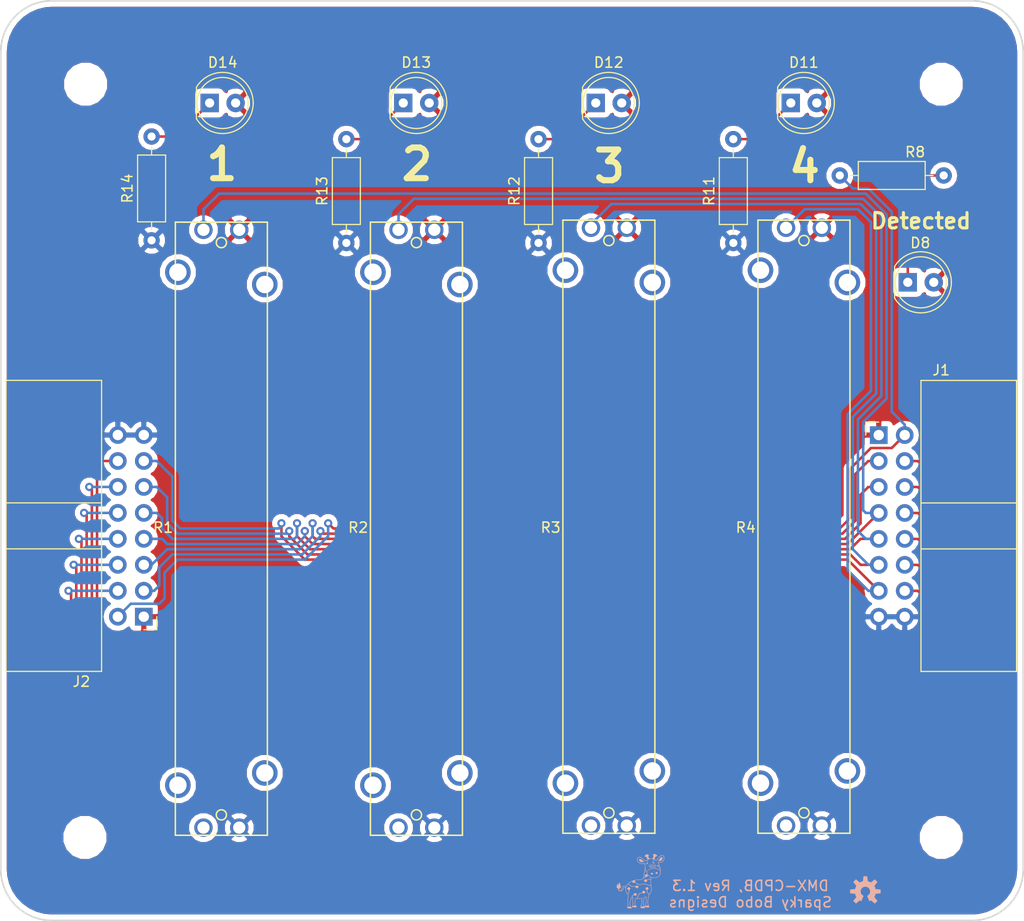
<source format=kicad_pcb>
(kicad_pcb (version 20171130) (host pcbnew "(5.0.0)")
  (title_block (title "DMX Demonstrator - Control-Pro Dimmer (DMX-CPDB)") (date 2023-12-04) (rev 1.3) (company "Sparky Bobo Designs") (comment 2 "Designed by: SparkyBobo") (comment 3 https://creativecommons.org/licenses/by-sa/4.0/) (comment 4 "Released under the Creative Commons Attribution Share-Alike 4.0m License"))
  (layers (0 F.Cu signal) (31 B.Cu signal) (34 B.Paste user) (35 F.Paste user) (36 B.SilkS user) (37 F.SilkS user) (38 B.Mask user) (39 F.Mask user) (44 Edge.Cuts user))
  (net 0 "")
  (net 1 GND)
  (net 2 +5V)
  (net 3 "Net-(D14-Pad1)")
  (net 4 "Net-(D13-Pad1)")
  (net 5 "Net-(D12-Pad1)")
  (net 6 "Net-(D11-Pad1)")
  (net 7 "Net-(D8-Pad1)")
  (net 8 /DIM3)
  (net 9 /DIM4)
  (net 10 /DIM1)
  (net 11 /DIM2)
  (net 12 /~HWD_DT)
  (net 13 /~CLOCK)
  (net 14 /SPD_HI)
  (net 15 /~DATA)
  (net 16 /SPD_WIPER)
  (net 17 /SPD_LO)
  (net 18 /~CLK_STEP)
  (net 19 /~CLK_SLO)
  (net 20 /~CLK_FST)
  (module Connector_IDC:IDC-Header_2x08_P2.54mm_Horizontal (layer F.Cu) (at 101.092 108.966 180)
    (fp_text reference J2 (at 6.105 -6.35 180) (layer F.SilkS))
    (fp_text value INPUT)
    (pad 1 thru_hole rect (at 0 0 180) (size 1.7272 1.7272) (drill 1.016) (layers *.Cu *.Mask) (net 2 +5V))
    (pad 2 thru_hole oval (at 2.54 0 180) (size 1.7272 1.7272) (drill 1.016) (layers *.Cu *.Mask) (net 12 /~HWD_DT))
    (pad 3 thru_hole oval (at 0 2.54 180) (size 1.7272 1.7272) (drill 1.016) (layers *.Cu *.Mask) (net 13 /~CLOCK))
    (pad 4 thru_hole oval (at 2.54 2.54 180) (size 1.7272 1.7272) (drill 1.016) (layers *.Cu *.Mask) (net 14 /SPD_HI))
    (pad 5 thru_hole oval (at 0 5.08 180) (size 1.7272 1.7272) (drill 1.016) (layers *.Cu *.Mask) (net 15 /~DATA))
    (pad 6 thru_hole oval (at 2.54 5.08 180) (size 1.7272 1.7272) (drill 1.016) (layers *.Cu *.Mask) (net 16 /SPD_WIPER))
    (pad 7 thru_hole oval (at 0 7.62 180) (size 1.7272 1.7272) (drill 1.016) (layers *.Cu *.Mask) (net 10 /DIM1))
    (pad 8 thru_hole oval (at 2.54 7.62 180) (size 1.7272 1.7272) (drill 1.016) (layers *.Cu *.Mask) (net 17 /SPD_LO))
    (pad 9 thru_hole oval (at 0 10.16 180) (size 1.7272 1.7272) (drill 1.016) (layers *.Cu *.Mask) (net 11 /DIM2))
    (pad 10 thru_hole oval (at 2.54 10.16 180) (size 1.7272 1.7272) (drill 1.016) (layers *.Cu *.Mask) (net 18 /~CLK_STEP))
    (pad 11 thru_hole oval (at 0 12.7 180) (size 1.7272 1.7272) (drill 1.016) (layers *.Cu *.Mask) (net 8 /DIM3))
    (pad 12 thru_hole oval (at 2.54 12.7 180) (size 1.7272 1.7272) (drill 1.016) (layers *.Cu *.Mask) (net 19 /~CLK_SLO))
    (pad 13 thru_hole oval (at 0 15.24 180) (size 1.7272 1.7272) (drill 1.016) (layers *.Cu *.Mask) (net 9 /DIM4))
    (pad 14 thru_hole oval (at 2.54 15.24 180) (size 1.7272 1.7272) (drill 1.016) (layers *.Cu *.Mask) (net 20 /~CLK_FST))
    (pad 15 thru_hole oval (at 0 17.78 180) (size 1.7272 1.7272) (drill 1.016) (layers *.Cu *.Mask) (net 1 GND))
    (pad 16 thru_hole oval (at 2.54 17.78 180) (size 1.7272 1.7272) (drill 1.016) (layers *.Cu *.Mask) (net 1 GND))
  )
  (module Connector_IDC:IDC-Header_2x08_P2.54mm_Horizontal (layer F.Cu) (at 172.974 91.192)
    (fp_text reference J1 (at 6.105 -6.35) (layer F.SilkS))
    (fp_text value OUTPUT)
    (pad 16 thru_hole oval (at 2.54 17.78) (size 1.7272 1.7272) (drill 1.016) (layers *.Cu *.Mask) (net 1 GND))
    (pad 15 thru_hole oval (at 0 17.78) (size 1.7272 1.7272) (drill 1.016) (layers *.Cu *.Mask) (net 1 GND))
    (pad 14 thru_hole oval (at 2.54 15.24) (size 1.7272 1.7272) (drill 1.016) (layers *.Cu *.Mask) (net 20 /~CLK_FST))
    (pad 13 thru_hole oval (at 0 15.24) (size 1.7272 1.7272) (drill 1.016) (layers *.Cu *.Mask) (net 9 /DIM4))
    (pad 12 thru_hole oval (at 2.54 12.7) (size 1.7272 1.7272) (drill 1.016) (layers *.Cu *.Mask) (net 19 /~CLK_SLO))
    (pad 11 thru_hole oval (at 0 12.7) (size 1.7272 1.7272) (drill 1.016) (layers *.Cu *.Mask) (net 8 /DIM3))
    (pad 10 thru_hole oval (at 2.54 10.16) (size 1.7272 1.7272) (drill 1.016) (layers *.Cu *.Mask) (net 18 /~CLK_STEP))
    (pad 9 thru_hole oval (at 0 10.16) (size 1.7272 1.7272) (drill 1.016) (layers *.Cu *.Mask) (net 11 /DIM2))
    (pad 8 thru_hole oval (at 2.54 7.62) (size 1.7272 1.7272) (drill 1.016) (layers *.Cu *.Mask) (net 17 /SPD_LO))
    (pad 7 thru_hole oval (at 0 7.62) (size 1.7272 1.7272) (drill 1.016) (layers *.Cu *.Mask) (net 10 /DIM1))
    (pad 6 thru_hole oval (at 2.54 5.08) (size 1.7272 1.7272) (drill 1.016) (layers *.Cu *.Mask) (net 16 /SPD_WIPER))
    (pad 5 thru_hole oval (at 0 5.08) (size 1.7272 1.7272) (drill 1.016) (layers *.Cu *.Mask) (net 15 /~DATA))
    (pad 4 thru_hole oval (at 2.54 2.54) (size 1.7272 1.7272) (drill 1.016) (layers *.Cu *.Mask) (net 14 /SPD_HI))
    (pad 3 thru_hole oval (at 0 2.54) (size 1.7272 1.7272) (drill 1.016) (layers *.Cu *.Mask) (net 13 /~CLOCK))
    (pad 2 thru_hole oval (at 2.54 0) (size 1.7272 1.7272) (drill 1.016) (layers *.Cu *.Mask) (net 12 /~HWD_DT))
    (pad 1 thru_hole rect (at 0 0) (size 1.7272 1.7272) (drill 1.016) (layers *.Cu *.Mask) (net 2 +5V))
  )
  (module footprints:BOURNS_PTA4543 (layer F.Cu) (at 127.75574 100.35592 180)
    (fp_text reference R2 (at 5.69574 0.11392 180) (layer F.SilkS))
    (fp_text value 10k)
    (pad 1 thru_hole circle (at -1.75 29.25 180) (size 1.8 1.8) (drill 1.2) (layers *.Cu *.Mask) (net 2 +5V))
    (pad 2 thru_hole circle (at 1.75 29.25 180) (size 1.8 1.8) (drill 1.2) (layers *.Cu *.Mask) (net 11 /DIM2))
    (pad 3 thru_hole circle (at -1.75 -29.25 180) (size 1.8 1.8) (drill 1.2) (layers *.Cu *.Mask) (net 1 GND))
    (pad 4 thru_hole circle (at 1.75 -29.25 180) (size 1.8 1.8) (drill 1.2) (layers *.Cu *.Mask))
    (pad 5 thru_hole circle (at -4.25 23.9 180) (size 2.5 2.5) (drill 1.7) (layers *.Cu *.Mask))
    (pad 6 thru_hole circle (at 4.25 25.1 180) (size 2.5 2.5) (drill 1.7) (layers *.Cu *.Mask))
    (pad 7 thru_hole circle (at -4.25 -23.9 180) (size 2.5 2.5) (drill 1.7) (layers *.Cu *.Mask))
    (pad 8 thru_hole circle (at 4.25 -25.1 180) (size 2.5 2.5) (drill 1.7) (layers *.Cu *.Mask))
  )
  (module LED_THT:LED_D5.0mm (layer F.Cu) (at 175.814 76.242)
    (fp_text reference D8 (at 1.224 -3.852) (layer F.SilkS))
    (fp_text value LED)
    (pad 1 thru_hole rect (at 0 0) (size 1.8 1.8) (drill 0.9) (layers *.Cu *.Mask) (net 7 "Net-(D8-Pad1)"))
    (pad 2 thru_hole circle (at 2.54 0) (size 1.8 1.8) (drill 0.9) (layers *.Cu *.Mask) (net 2 +5V))
  )
  (module Resistor_THT:R_Axial_DIN0207_L6.3mm_D2.5mm_P10.16mm_Horizontal (layer F.Cu) (at 169.164 65.786)
    (fp_text reference R8 (at 7.366 -2.286) (layer F.SilkS))
    (fp_text value 330)
    (pad 1 thru_hole circle (at 0 0) (size 1.6 1.6) (drill 0.8) (layers *.Cu *.Mask) (net 12 /~HWD_DT))
    (pad 2 thru_hole oval (at 10.16 0) (size 1.6 1.6) (drill 0.8) (layers *.Cu *.Mask) (net 7 "Net-(D8-Pad1)"))
  )
  (module Resistor_THT:R_Axial_DIN0207_L6.3mm_D2.5mm_P10.16mm_Horizontal (layer F.Cu) (at 101.854 72.136 90)
    (fp_text reference R14 (at 5.08 -2.37 90) (layer F.SilkS))
    (fp_text value 330)
    (pad 1 thru_hole circle (at 0 0 90) (size 1.6 1.6) (drill 0.8) (layers *.Cu *.Mask) (net 1 GND))
    (pad 2 thru_hole oval (at 10.16 0 90) (size 1.6 1.6) (drill 0.8) (layers *.Cu *.Mask) (net 3 "Net-(D14-Pad1)"))
  )
  (module footprints:BOURNS_PTA4543 (layer F.Cu) (at 108.67774 100.35592 180)
    (fp_text reference R1 (at 5.69574 0.11392 180) (layer F.SilkS))
    (fp_text value 10k)
    (pad 8 thru_hole circle (at 4.25 -25.1 180) (size 2.5 2.5) (drill 1.7) (layers *.Cu *.Mask))
    (pad 7 thru_hole circle (at -4.25 -23.9 180) (size 2.5 2.5) (drill 1.7) (layers *.Cu *.Mask))
    (pad 6 thru_hole circle (at 4.25 25.1 180) (size 2.5 2.5) (drill 1.7) (layers *.Cu *.Mask))
    (pad 5 thru_hole circle (at -4.25 23.9 180) (size 2.5 2.5) (drill 1.7) (layers *.Cu *.Mask))
    (pad 4 thru_hole circle (at 1.75 -29.25 180) (size 1.8 1.8) (drill 1.2) (layers *.Cu *.Mask))
    (pad 3 thru_hole circle (at -1.75 -29.25 180) (size 1.8 1.8) (drill 1.2) (layers *.Cu *.Mask) (net 1 GND))
    (pad 2 thru_hole circle (at 1.75 29.25 180) (size 1.8 1.8) (drill 1.2) (layers *.Cu *.Mask) (net 10 /DIM1))
    (pad 1 thru_hole circle (at -1.75 29.25 180) (size 1.8 1.8) (drill 1.2) (layers *.Cu *.Mask) (net 2 +5V))
  )
  (module footprints:BOURNS_PTA4543 (layer F.Cu) (at 165.65774 100.15592 180)
    (fp_text reference R4 (at 5.69574 -0.08608 180) (layer F.SilkS))
    (fp_text value 10k)
    (pad 8 thru_hole circle (at 4.25 -25.1 180) (size 2.5 2.5) (drill 1.7) (layers *.Cu *.Mask))
    (pad 7 thru_hole circle (at -4.25 -23.9 180) (size 2.5 2.5) (drill 1.7) (layers *.Cu *.Mask))
    (pad 6 thru_hole circle (at 4.25 25.1 180) (size 2.5 2.5) (drill 1.7) (layers *.Cu *.Mask))
    (pad 5 thru_hole circle (at -4.25 23.9 180) (size 2.5 2.5) (drill 1.7) (layers *.Cu *.Mask))
    (pad 4 thru_hole circle (at 1.75 -29.25 180) (size 1.8 1.8) (drill 1.2) (layers *.Cu *.Mask))
    (pad 3 thru_hole circle (at -1.75 -29.25 180) (size 1.8 1.8) (drill 1.2) (layers *.Cu *.Mask) (net 1 GND))
    (pad 2 thru_hole circle (at 1.75 29.25 180) (size 1.8 1.8) (drill 1.2) (layers *.Cu *.Mask) (net 9 /DIM4))
    (pad 1 thru_hole circle (at -1.75 29.25 180) (size 1.8 1.8) (drill 1.2) (layers *.Cu *.Mask) (net 2 +5V))
  )
  (module footprints:BOURNS_PTA4543 (layer F.Cu) (at 146.57974 100.15592 180)
    (fp_text reference R3 (at 5.69574 -0.08608 180) (layer F.SilkS))
    (fp_text value 10k)
    (pad 1 thru_hole circle (at -1.75 29.25 180) (size 1.8 1.8) (drill 1.2) (layers *.Cu *.Mask) (net 2 +5V))
    (pad 2 thru_hole circle (at 1.75 29.25 180) (size 1.8 1.8) (drill 1.2) (layers *.Cu *.Mask) (net 8 /DIM3))
    (pad 3 thru_hole circle (at -1.75 -29.25 180) (size 1.8 1.8) (drill 1.2) (layers *.Cu *.Mask) (net 1 GND))
    (pad 4 thru_hole circle (at 1.75 -29.25 180) (size 1.8 1.8) (drill 1.2) (layers *.Cu *.Mask))
    (pad 5 thru_hole circle (at -4.25 23.9 180) (size 2.5 2.5) (drill 1.7) (layers *.Cu *.Mask))
    (pad 6 thru_hole circle (at 4.25 25.1 180) (size 2.5 2.5) (drill 1.7) (layers *.Cu *.Mask))
    (pad 7 thru_hole circle (at -4.25 -23.9 180) (size 2.5 2.5) (drill 1.7) (layers *.Cu *.Mask))
    (pad 8 thru_hole circle (at 4.25 -25.1 180) (size 2.5 2.5) (drill 1.7) (layers *.Cu *.Mask))
  )
  (module LED_THT:LED_D5.0mm (layer F.Cu) (at 107.532 58.692)
    (fp_text reference D14 (at 1.27 -3.96) (layer F.SilkS))
    (fp_text value DIM1)
    (pad 1 thru_hole rect (at 0 0) (size 1.8 1.8) (drill 0.9) (layers *.Cu *.Mask) (net 3 "Net-(D14-Pad1)"))
    (pad 2 thru_hole circle (at 2.54 0) (size 1.8 1.8) (drill 0.9) (layers *.Cu *.Mask) (net 2 +5V))
  )
  (module LED_THT:LED_D5.0mm (layer F.Cu) (at 145.294 58.692)
    (fp_text reference D12 (at 1.27 -3.96) (layer F.SilkS))
    (fp_text value DIM3)
    (pad 2 thru_hole circle (at 2.54 0) (size 1.8 1.8) (drill 0.9) (layers *.Cu *.Mask) (net 2 +5V))
    (pad 1 thru_hole rect (at 0 0) (size 1.8 1.8) (drill 0.9) (layers *.Cu *.Mask) (net 5 "Net-(D12-Pad1)"))
  )
  (module LED_THT:LED_D5.0mm (layer F.Cu) (at 164.372 58.692)
    (fp_text reference D11 (at 1.27 -3.96) (layer F.SilkS))
    (fp_text value DIM4)
    (pad 1 thru_hole rect (at 0 0) (size 1.8 1.8) (drill 0.9) (layers *.Cu *.Mask) (net 6 "Net-(D11-Pad1)"))
    (pad 2 thru_hole circle (at 2.54 0) (size 1.8 1.8) (drill 0.9) (layers *.Cu *.Mask) (net 2 +5V))
  )
  (module LED_THT:LED_D5.0mm (layer F.Cu) (at 126.47 58.692)
    (fp_text reference D13 (at 1.27 -3.96) (layer F.SilkS))
    (fp_text value DIM2)
    (pad 1 thru_hole rect (at 0 0) (size 1.8 1.8) (drill 0.9) (layers *.Cu *.Mask) (net 4 "Net-(D13-Pad1)"))
    (pad 2 thru_hole circle (at 2.54 0) (size 1.8 1.8) (drill 0.9) (layers *.Cu *.Mask) (net 2 +5V))
  )
  (module Resistor_THT:R_Axial_DIN0207_L6.3mm_D2.5mm_P10.16mm_Horizontal (layer F.Cu) (at 158.75 72.39 90)
    (fp_text reference R11 (at 5.08 -2.37 90) (layer F.SilkS))
    (fp_text value 330)
    (pad 2 thru_hole oval (at 10.16 0 90) (size 1.6 1.6) (drill 0.8) (layers *.Cu *.Mask) (net 6 "Net-(D11-Pad1)"))
    (pad 1 thru_hole circle (at 0 0 90) (size 1.6 1.6) (drill 0.8) (layers *.Cu *.Mask) (net 1 GND))
  )
  (module Resistor_THT:R_Axial_DIN0207_L6.3mm_D2.5mm_P10.16mm_Horizontal (layer F.Cu) (at 139.7 72.39 90)
    (fp_text reference R12 (at 5.08 -2.37 90) (layer F.SilkS))
    (fp_text value 330)
    (pad 1 thru_hole circle (at 0 0 90) (size 1.6 1.6) (drill 0.8) (layers *.Cu *.Mask) (net 1 GND))
    (pad 2 thru_hole oval (at 10.16 0 90) (size 1.6 1.6) (drill 0.8) (layers *.Cu *.Mask) (net 5 "Net-(D12-Pad1)"))
  )
  (module Resistor_THT:R_Axial_DIN0207_L6.3mm_D2.5mm_P10.16mm_Horizontal (layer F.Cu) (at 120.904 72.39 90)
    (fp_text reference R13 (at 5.08 -2.37 90) (layer F.SilkS))
    (fp_text value 330)
    (pad 2 thru_hole oval (at 10.16 0 90) (size 1.6 1.6) (drill 0.8) (layers *.Cu *.Mask) (net 4 "Net-(D13-Pad1)"))
    (pad 1 thru_hole circle (at 0 0 90) (size 1.6 1.6) (drill 0.8) (layers *.Cu *.Mask) (net 1 GND))
  )
  (module MountingHole:MountingHole_3.2mm_M3 (layer F.Cu) (at 179.088 130.566)
    (fp_text reference MH4 hide)
    (fp_text value MountingHole)
    (pad 1 np_thru_hole circle (at 0 0) (size 3.2 3.2) (drill 3.2) (layers *.Cu *.Mask))
  )
  (module MountingHole:MountingHole_3.2mm_M3 (layer F.Cu) (at 179.088 56.856)
    (fp_text reference MH3 hide)
    (fp_text value MountingHole)
    (pad 1 np_thru_hole circle (at 0 0) (size 3.2 3.2) (drill 3.2) (layers *.Cu *.Mask))
  )
  (module MountingHole:MountingHole_3.2mm_M3 (layer F.Cu) (at 95.33 130.566)
    (fp_text reference MH2 hide)
    (fp_text value MountingHole)
    (pad "" np_thru_hole circle (at 0 0) (size 3.2 3.2) (drill 3.2) (layers *.Cu *.Mask))
  )
  (module MountingHole:MountingHole_3.2mm_M3 (layer F.Cu) (at 95.404 56.856)
    (fp_text reference MH1 hide)
    (fp_text value MountingHole)
    (pad "" np_thru_hole circle (at 0 0) (size 3.2 3.2) (drill 3.2) (layers *.Cu *.Mask))
  )
  (module footprints:OSHW-LOGO-S (layer B.Cu) (at 171.664 135.852 180)
    (fp_text reference "" (at 0 0 180) (layer B.SilkS) (effects (font (size 1.524 1.524)) (justify mirror)))
    (fp_text value "" (at 0 0 180) (layer B.SilkS) (effects (font (size 1.524 1.524)) (justify mirror)))
  )
  (module footprints:logo_cr_5x5 (layer B.Cu) (at 149.664 134.852 180)
    (fp_text reference G*** hide)
    (fp_text value LOGO hide)
  )
  (gr_line (start 187.104 133.692) (end 187.104 53.692) (layer Edge.Cuts) (width 0.1524))
  (gr_line (start 92.104 138.692) (end 182.104 138.692) (layer Edge.Cuts) (width 0.1524))
  (gr_line (start 87.104 53.692) (end 87.104 133.692) (layer Edge.Cuts) (width 0.1524))
  (gr_line (start 182.104 48.692) (end 92.104 48.692) (layer Edge.Cuts) (width 0.1524))
  (gr_arc (start 92.104 133.692) (end 87.104 133.692) (angle -90) (layer Edge.Cuts) (width 0.1524))
  (gr_arc (start 92.104 53.692) (end 92.104 48.692) (angle -90) (layer Edge.Cuts) (width 0.1524))
  (gr_arc (start 182.104 53.692) (end 187.104 53.692) (angle -90) (layer Edge.Cuts) (width 0.1524))
  (gr_arc (start 182.104 133.692) (end 182.104 138.692) (angle -90) (layer Edge.Cuts) (width 0.1524))
  (gr_text Detected (at 177.104 70.242) (layer F.SilkS) (effects (font (size 1.5 1.5) (thickness 0.3))))
  (gr_text "DMX-CPDB, Rev 1.3\nSparky Bobo Designs" (at 160.414 136.102) (layer B.SilkS) (effects (font (size 1 1)) (justify mirror)))
  (gr_text 4 (at 165.712 64.892) (layer F.SilkS) (effects (font (size 3 3) (thickness 0.6))))
  (gr_text 3 (at 146.634 64.892) (layer F.SilkS) (effects (font (size 3 3) (thickness 0.6))))
  (gr_text 2 (at 127.81 64.692) (layer F.SilkS) (effects (font (size 3 3) (thickness 0.6))))
  (gr_text 1 (at 108.732 64.692) (layer F.SilkS) (effects (font (size 3 3) (thickness 0.6))))
  (segment (start 129.01 58.692) (end 129.032 58.67) (width 0.25) (layer F.Cu) (net 2))
  (segment (start 166.912 58.692) (end 166.912 58.64) (width 0.25) (layer F.Cu) (net 2))
  (segment (start 107.492 58.732) (end 107.532 58.692) (width 0.25) (layer F.Cu) (net 3))
  (segment (start 104.248 61.976) (end 107.532 58.692) (width 0.25) (layer F.Cu) (net 3))
  (segment (start 101.854 61.976) (end 104.248 61.976) (width 0.25) (layer F.Cu) (net 3))
  (segment (start 126.43 58.732) (end 126.47 58.692) (width 0.25) (layer F.Cu) (net 4))
  (segment (start 122.932 62.23) (end 126.47 58.692) (width 0.25) (layer F.Cu) (net 4))
  (segment (start 120.904 62.23) (end 122.932 62.23) (width 0.25) (layer F.Cu) (net 4))
  (segment (start 145.284 58.682) (end 145.294 58.692) (width 0.25) (layer F.Cu) (net 5))
  (segment (start 141.756 62.23) (end 145.294 58.692) (width 0.25) (layer F.Cu) (net 5))
  (segment (start 139.7 62.23) (end 141.756 62.23) (width 0.25) (layer F.Cu) (net 5))
  (segment (start 164.322 58.642) (end 164.372 58.692) (width 0.25) (layer F.Cu) (net 6))
  (segment (start 160.834 62.23) (end 164.372 58.692) (width 0.25) (layer F.Cu) (net 6))
  (segment (start 158.75 62.23) (end 160.834 62.23) (width 0.25) (layer F.Cu) (net 6))
  (segment (start 175.814 76.242) (end 175.814 67.264) (width 0.25) (layer F.Cu) (net 7))
  (segment (start 177.292 65.786) (end 179.324 65.786) (width 0.25) (layer F.Cu) (net 7))
  (segment (start 175.814 67.264) (end 177.292 65.786) (width 0.25) (layer F.Cu) (net 7))
  (via (at 115.316 100.584) (size 0.8) (drill 0.4) (layers F.Cu B.Cu) (net 8))
  (segment (start 115.062 100.838) (end 115.316 100.584) (width 0.25) (layer B.Cu) (net 8))
  (segment (start 104.394 100.838) (end 115.062 100.838) (width 0.25) (layer B.Cu) (net 8))
  (segment (start 103.378 99.822) (end 104.394 100.838) (width 0.25) (layer B.Cu) (net 8))
  (segment (start 103.378 97.282) (end 103.378 99.822) (width 0.25) (layer B.Cu) (net 8))
  (segment (start 101.092 96.266) (end 102.362 96.266) (width 0.25) (layer B.Cu) (net 8))
  (segment (start 102.362 96.266) (end 103.378 97.282) (width 0.25) (layer B.Cu) (net 8))
  (segment (start 171.964 103.892) (end 172.974 103.892) (width 0.25) (layer B.Cu) (net 8))
  (segment (start 170.434 89.408) (end 170.434 102.362) (width 0.25) (layer B.Cu) (net 8))
  (segment (start 144.82974 70.56226) (end 146.812 68.58) (width 0.25) (layer B.Cu) (net 8))
  (segment (start 144.82974 70.90592) (end 144.82974 70.56226) (width 0.25) (layer B.Cu) (net 8))
  (segment (start 146.812 68.58) (end 171.196 68.58) (width 0.25) (layer B.Cu) (net 8))
  (segment (start 171.196 68.58) (end 172.72 70.104) (width 0.25) (layer B.Cu) (net 8))
  (segment (start 170.434 102.362) (end 171.964 103.892) (width 0.25) (layer B.Cu) (net 8))
  (segment (start 172.72 70.104) (end 172.72 87.122) (width 0.25) (layer B.Cu) (net 8))
  (segment (start 172.72 87.122) (end 170.434 89.408) (width 0.25) (layer B.Cu) (net 8))
  (segment (start 172.968 103.886) (end 172.974 103.892) (width 0.25) (layer F.Cu) (net 8))
  (segment (start 171.196 103.886) (end 172.968 103.886) (width 0.25) (layer F.Cu) (net 8))
  (segment (start 170.18 102.87) (end 171.196 103.886) (width 0.25) (layer F.Cu) (net 8))
  (segment (start 117.094 102.87) (end 170.18 102.87) (width 0.25) (layer F.Cu) (net 8))
  (segment (start 115.316 100.584) (end 115.316 101.092) (width 0.25) (layer F.Cu) (net 8))
  (segment (start 115.316 101.092) (end 117.094 102.87) (width 0.25) (layer F.Cu) (net 8))
  (via (at 114.554 99.822) (size 0.8) (drill 0.4) (layers F.Cu B.Cu) (net 9))
  (segment (start 102.362 93.726) (end 101.092 93.726) (width 0.25) (layer B.Cu) (net 9))
  (segment (start 114.554 100.076) (end 114.3 100.33) (width 0.25) (layer B.Cu) (net 9))
  (segment (start 114.554 99.822) (end 114.554 100.076) (width 0.25) (layer B.Cu) (net 9))
  (segment (start 114.3 100.33) (end 104.648 100.33) (width 0.25) (layer B.Cu) (net 9))
  (segment (start 104.648 100.33) (end 103.886 99.568) (width 0.25) (layer B.Cu) (net 9))
  (segment (start 103.886 99.568) (end 103.886 95.25) (width 0.25) (layer B.Cu) (net 9))
  (segment (start 103.886 95.25) (end 102.362 93.726) (width 0.25) (layer B.Cu) (net 9))
  (segment (start 169.926 104.394) (end 171.964 106.432) (width 0.25) (layer B.Cu) (net 9))
  (segment (start 165.72566 69.088) (end 170.942 69.088) (width 0.25) (layer B.Cu) (net 9))
  (segment (start 163.90774 70.90592) (end 165.72566 69.088) (width 0.25) (layer B.Cu) (net 9))
  (segment (start 170.942 69.088) (end 172.212 70.358) (width 0.25) (layer B.Cu) (net 9))
  (segment (start 171.964 106.432) (end 172.974 106.432) (width 0.25) (layer B.Cu) (net 9))
  (segment (start 172.212 70.358) (end 172.212 86.868) (width 0.25) (layer B.Cu) (net 9))
  (segment (start 172.212 86.868) (end 169.926 89.154) (width 0.25) (layer B.Cu) (net 9))
  (segment (start 169.926 89.154) (end 169.926 104.394) (width 0.25) (layer B.Cu) (net 9))
  (segment (start 114.554 101.092) (end 114.554 99.822) (width 0.25) (layer F.Cu) (net 9))
  (segment (start 116.84 103.378) (end 114.554 101.092) (width 0.25) (layer F.Cu) (net 9))
  (segment (start 169.926 103.378) (end 116.84 103.378) (width 0.25) (layer F.Cu) (net 9))
  (segment (start 172.974 106.432) (end 172.974 106.426) (width 0.25) (layer F.Cu) (net 9))
  (segment (start 172.974 106.426) (end 169.926 103.378) (width 0.25) (layer F.Cu) (net 9))
  (via (at 116.84 100.584) (size 0.8) (drill 0.4) (layers F.Cu B.Cu) (net 10))
  (segment (start 116.84 101.092) (end 116.84 100.584) (width 0.25) (layer B.Cu) (net 10))
  (segment (start 116.078 101.854) (end 116.84 101.092) (width 0.25) (layer B.Cu) (net 10))
  (segment (start 103.378 101.854) (end 116.078 101.854) (width 0.25) (layer B.Cu) (net 10))
  (segment (start 101.092 101.346) (end 102.87 101.346) (width 0.25) (layer B.Cu) (net 10))
  (segment (start 102.87 101.346) (end 103.378 101.854) (width 0.25) (layer B.Cu) (net 10))
  (segment (start 171.71 98.812) (end 172.974 98.812) (width 0.25) (layer B.Cu) (net 10))
  (segment (start 171.45 98.552) (end 171.71 98.812) (width 0.25) (layer B.Cu) (net 10))
  (segment (start 171.45 89.916) (end 171.45 98.552) (width 0.25) (layer B.Cu) (net 10))
  (segment (start 106.92774 69.09426) (end 108.458 67.564) (width 0.25) (layer B.Cu) (net 10))
  (segment (start 108.458 67.564) (end 171.704 67.564) (width 0.25) (layer B.Cu) (net 10))
  (segment (start 171.704 67.564) (end 173.736 69.596) (width 0.25) (layer B.Cu) (net 10))
  (segment (start 173.736 69.596) (end 173.736 87.63) (width 0.25) (layer B.Cu) (net 10))
  (segment (start 106.92774 71.10592) (end 106.92774 69.09426) (width 0.25) (layer B.Cu) (net 10))
  (segment (start 173.736 87.63) (end 171.45 89.916) (width 0.25) (layer B.Cu) (net 10))
  (segment (start 116.84 101.092) (end 116.84 100.584) (width 0.25) (layer F.Cu) (net 10))
  (segment (start 117.602 101.854) (end 116.84 101.092) (width 0.25) (layer F.Cu) (net 10))
  (segment (start 169.926 101.854) (end 117.602 101.854) (width 0.25) (layer F.Cu) (net 10))
  (segment (start 172.974 98.812) (end 172.968 98.812) (width 0.25) (layer F.Cu) (net 10))
  (segment (start 172.968 98.812) (end 169.926 101.854) (width 0.25) (layer F.Cu) (net 10))
  (via (at 116.078 99.822) (size 0.8) (drill 0.4) (layers F.Cu B.Cu) (net 11))
  (segment (start 116.078 101.092) (end 116.078 99.822) (width 0.25) (layer B.Cu) (net 11))
  (segment (start 102.362 98.806) (end 102.87 99.314) (width 0.25) (layer B.Cu) (net 11))
  (segment (start 101.092 98.806) (end 102.362 98.806) (width 0.25) (layer B.Cu) (net 11))
  (segment (start 102.87 99.314) (end 102.87 100.33) (width 0.25) (layer B.Cu) (net 11))
  (segment (start 102.87 100.33) (end 103.886 101.346) (width 0.25) (layer B.Cu) (net 11))
  (segment (start 103.886 101.346) (end 115.824 101.346) (width 0.25) (layer B.Cu) (net 11))
  (segment (start 115.824 101.346) (end 116.078 101.092) (width 0.25) (layer B.Cu) (net 11))
  (segment (start 171.71 101.352) (end 172.974 101.352) (width 0.25) (layer B.Cu) (net 11))
  (segment (start 170.942 100.584) (end 171.71 101.352) (width 0.25) (layer B.Cu) (net 11))
  (segment (start 170.942 89.662) (end 170.942 100.584) (width 0.25) (layer B.Cu) (net 11))
  (segment (start 126.00574 71.10592) (end 126.00574 69.57426) (width 0.25) (layer B.Cu) (net 11))
  (segment (start 127.508 68.072) (end 171.45 68.072) (width 0.25) (layer B.Cu) (net 11))
  (segment (start 171.45 68.072) (end 173.228 69.85) (width 0.25) (layer B.Cu) (net 11))
  (segment (start 173.228 69.85) (end 173.228 87.376) (width 0.25) (layer B.Cu) (net 11))
  (segment (start 126.00574 69.57426) (end 127.508 68.072) (width 0.25) (layer B.Cu) (net 11))
  (segment (start 173.228 87.376) (end 170.942 89.662) (width 0.25) (layer B.Cu) (net 11))
  (segment (start 116.078 101.092) (end 116.078 99.822) (width 0.25) (layer F.Cu) (net 11))
  (segment (start 117.348 102.362) (end 116.078 101.092) (width 0.25) (layer F.Cu) (net 11))
  (segment (start 170.18 102.362) (end 117.348 102.362) (width 0.25) (layer F.Cu) (net 11))
  (segment (start 171.196 101.346) (end 170.18 102.362) (width 0.25) (layer F.Cu) (net 11))
  (segment (start 172.974 101.352) (end 172.968 101.346) (width 0.25) (layer F.Cu) (net 11))
  (segment (start 172.968 101.346) (end 171.196 101.346) (width 0.25) (layer F.Cu) (net 11))
  (via (at 119.126 99.822) (size 0.8) (drill 0.4) (layers F.Cu B.Cu) (net 12))
  (segment (start 99.822 107.696) (end 98.552 108.966) (width 0.25) (layer B.Cu) (net 12))
  (segment (start 102.616 107.696) (end 99.822 107.696) (width 0.25) (layer B.Cu) (net 12))
  (segment (start 119.126 101.092) (end 116.84 103.378) (width 0.25) (layer B.Cu) (net 12))
  (segment (start 119.126 99.822) (end 119.126 101.092) (width 0.25) (layer B.Cu) (net 12))
  (segment (start 116.84 103.378) (end 104.394 103.378) (width 0.25) (layer B.Cu) (net 12))
  (segment (start 104.394 103.378) (end 103.124 104.648) (width 0.25) (layer B.Cu) (net 12))
  (segment (start 103.124 104.648) (end 103.124 107.188) (width 0.25) (layer B.Cu) (net 12))
  (segment (start 103.124 107.188) (end 102.616 107.696) (width 0.25) (layer B.Cu) (net 12))
  (segment (start 119.634 100.33) (end 169.164 100.33) (width 0.25) (layer F.Cu) (net 12))
  (segment (start 119.126 99.822) (end 119.634 100.33) (width 0.25) (layer F.Cu) (net 12))
  (segment (start 174.244 92.456) (end 175.508 91.192) (width 0.25) (layer F.Cu) (net 12))
  (segment (start 169.164 100.33) (end 170.18 99.314) (width 0.25) (layer F.Cu) (net 12))
  (segment (start 170.18 99.314) (end 170.18 94.488) (width 0.25) (layer F.Cu) (net 12))
  (segment (start 170.18 94.488) (end 172.212 92.456) (width 0.25) (layer F.Cu) (net 12))
  (segment (start 175.508 91.192) (end 175.514 91.192) (width 0.25) (layer F.Cu) (net 12))
  (segment (start 172.212 92.456) (end 174.244 92.456) (width 0.25) (layer F.Cu) (net 12))
  (segment (start 174.244 88.9) (end 174.244 69.596) (width 0.25) (layer B.Cu) (net 12))
  (segment (start 175.514 91.192) (end 175.514 90.17) (width 0.25) (layer B.Cu) (net 12))
  (segment (start 175.514 90.17) (end 174.244 88.9) (width 0.25) (layer B.Cu) (net 12))
  (segment (start 174.244 69.596) (end 174.244 69.342) (width 0.25) (layer B.Cu) (net 12))
  (segment (start 174.244 69.342) (end 171.958 67.056) (width 0.25) (layer B.Cu) (net 12))
  (segment (start 170.434 67.056) (end 169.164 65.786) (width 0.25) (layer B.Cu) (net 12))
  (segment (start 171.958 67.056) (end 170.434 67.056) (width 0.25) (layer B.Cu) (net 12))
  (via (at 118.364 100.584) (size 0.8) (drill 0.4) (layers F.Cu B.Cu) (net 13))
  (segment (start 102.108 106.426) (end 101.092 106.426) (width 0.25) (layer B.Cu) (net 13))
  (segment (start 102.616 105.918) (end 102.108 106.426) (width 0.25) (layer B.Cu) (net 13))
  (segment (start 102.616 104.14) (end 102.616 105.918) (width 0.25) (layer B.Cu) (net 13))
  (segment (start 103.886 102.87) (end 102.616 104.14) (width 0.25) (layer B.Cu) (net 13))
  (segment (start 118.364 101.092) (end 116.586 102.87) (width 0.25) (layer B.Cu) (net 13))
  (segment (start 116.586 102.87) (end 103.886 102.87) (width 0.25) (layer B.Cu) (net 13))
  (segment (start 118.364 101.092) (end 118.364 100.584) (width 0.25) (layer B.Cu) (net 13))
  (segment (start 118.618 100.838) (end 118.364 100.584) (width 0.25) (layer F.Cu) (net 13))
  (segment (start 169.418 100.838) (end 118.618 100.838) (width 0.25) (layer F.Cu) (net 13))
  (segment (start 170.688 99.568) (end 169.418 100.838) (width 0.25) (layer F.Cu) (net 13))
  (segment (start 170.688 94.996) (end 170.688 99.568) (width 0.25) (layer F.Cu) (net 13))
  (segment (start 172.974 93.732) (end 171.952 93.732) (width 0.25) (layer F.Cu) (net 13))
  (segment (start 171.952 93.732) (end 170.688 94.996) (width 0.25) (layer F.Cu) (net 13))
  (via (at 93.726 106.426) (size 0.8) (drill 0.4) (layers F.Cu B.Cu) (net 14))
  (segment (start 98.552 106.426) (end 93.726 106.426) (width 0.25) (layer B.Cu) (net 14))
  (segment (start 93.98 106.68) (end 93.726 106.426) (width 0.25) (layer F.Cu) (net 14))
  (segment (start 176.79 93.732) (end 179.832 96.774) (width 0.25) (layer F.Cu) (net 14))
  (segment (start 175.514 93.732) (end 176.79 93.732) (width 0.25) (layer F.Cu) (net 14))
  (segment (start 179.832 96.774) (end 179.832 113.03) (width 0.25) (layer F.Cu) (net 14))
  (segment (start 179.832 113.03) (end 178.562 114.3) (width 0.25) (layer F.Cu) (net 14))
  (segment (start 93.98 110.998) (end 93.98 106.68) (width 0.25) (layer F.Cu) (net 14))
  (segment (start 178.562 114.3) (end 97.282 114.3) (width 0.25) (layer F.Cu) (net 14))
  (segment (start 97.282 114.3) (end 93.98 110.998) (width 0.25) (layer F.Cu) (net 14))
  (segment (start 101.6 103.886) (end 101.092 103.886) (width 0.25) (layer B.Cu) (net 15))
  (segment (start 103.378 102.362) (end 104.394 102.362) (width 0.25) (layer B.Cu) (net 15))
  (segment (start 101.092 103.886) (end 101.854 103.886) (width 0.25) (layer B.Cu) (net 15))
  (segment (start 101.854 103.886) (end 103.378 102.362) (width 0.25) (layer B.Cu) (net 15))
  (segment (start 104.394 102.362) (end 113.792 102.362) (width 0.25) (layer B.Cu) (net 15))
  (segment (start 113.792 102.362) (end 114.046 102.362) (width 0.25) (layer B.Cu) (net 15))
  (via (at 117.602 99.822) (size 0.8) (drill 0.4) (layers F.Cu B.Cu) (net 15))
  (segment (start 117.602 101.092) (end 117.602 99.822) (width 0.25) (layer B.Cu) (net 15))
  (segment (start 113.792 102.362) (end 116.332 102.362) (width 0.25) (layer B.Cu) (net 15))
  (segment (start 116.332 102.362) (end 117.602 101.092) (width 0.25) (layer B.Cu) (net 15))
  (segment (start 171.952 96.272) (end 171.196 97.028) (width 0.25) (layer F.Cu) (net 15))
  (segment (start 172.974 96.272) (end 171.952 96.272) (width 0.25) (layer F.Cu) (net 15))
  (segment (start 171.196 97.028) (end 171.196 99.822) (width 0.25) (layer F.Cu) (net 15))
  (segment (start 171.196 99.822) (end 169.672 101.346) (width 0.25) (layer F.Cu) (net 15))
  (segment (start 117.602 101.092) (end 117.602 99.822) (width 0.25) (layer F.Cu) (net 15))
  (segment (start 169.672 101.346) (end 117.856 101.346) (width 0.25) (layer F.Cu) (net 15))
  (segment (start 117.856 101.346) (end 117.602 101.092) (width 0.25) (layer F.Cu) (net 15))
  (via (at 94.234 103.886) (size 0.8) (drill 0.4) (layers F.Cu B.Cu) (net 16))
  (segment (start 98.552 103.886) (end 94.234 103.886) (width 0.25) (layer B.Cu) (net 16))
  (segment (start 94.488 104.14) (end 94.234 103.886) (width 0.25) (layer F.Cu) (net 16))
  (segment (start 94.488 110.744) (end 94.488 104.14) (width 0.25) (layer F.Cu) (net 16))
  (segment (start 175.514 96.272) (end 176.79 96.272) (width 0.25) (layer F.Cu) (net 16))
  (segment (start 179.324 98.806) (end 179.324 112.776) (width 0.25) (layer F.Cu) (net 16))
  (segment (start 179.324 112.776) (end 178.308 113.792) (width 0.25) (layer F.Cu) (net 16))
  (segment (start 178.308 113.792) (end 97.536 113.792) (width 0.25) (layer F.Cu) (net 16))
  (segment (start 176.79 96.272) (end 179.324 98.806) (width 0.25) (layer F.Cu) (net 16))
  (segment (start 97.536 113.792) (end 94.488 110.744) (width 0.25) (layer F.Cu) (net 16))
  (via (at 94.742 101.346) (size 0.8) (drill 0.4) (layers F.Cu B.Cu) (net 17))
  (segment (start 98.552 101.346) (end 94.742 101.346) (width 0.25) (layer B.Cu) (net 17))
  (segment (start 94.996 101.6) (end 94.742 101.346) (width 0.25) (layer F.Cu) (net 17))
  (segment (start 176.79 98.812) (end 178.816 100.838) (width 0.25) (layer F.Cu) (net 17))
  (segment (start 175.514 98.812) (end 176.79 98.812) (width 0.25) (layer F.Cu) (net 17))
  (segment (start 94.996 110.49) (end 94.996 101.6) (width 0.25) (layer F.Cu) (net 17))
  (segment (start 178.816 100.838) (end 178.816 112.268) (width 0.25) (layer F.Cu) (net 17))
  (segment (start 178.816 112.268) (end 177.8 113.284) (width 0.25) (layer F.Cu) (net 17))
  (segment (start 177.8 113.284) (end 97.79 113.284) (width 0.25) (layer F.Cu) (net 17))
  (segment (start 97.79 113.284) (end 94.996 110.49) (width 0.25) (layer F.Cu) (net 17))
  (segment (start 98.552 98.806) (end 95.504 98.806) (width 0.25) (layer B.Cu) (net 18))
  (via (at 95.25 98.806) (size 0.8) (drill 0.4) (layers F.Cu B.Cu) (net 18))
  (segment (start 95.504 98.806) (end 95.25 98.806) (width 0.25) (layer B.Cu) (net 18))
  (segment (start 176.79 101.352) (end 175.514 101.352) (width 0.25) (layer F.Cu) (net 18))
  (segment (start 178.308 102.87) (end 176.79 101.352) (width 0.25) (layer F.Cu) (net 18))
  (segment (start 95.504 99.06) (end 95.504 110.236) (width 0.25) (layer F.Cu) (net 18))
  (segment (start 95.25 98.806) (end 95.504 99.06) (width 0.25) (layer F.Cu) (net 18))
  (segment (start 95.504 110.236) (end 98.044 112.776) (width 0.25) (layer F.Cu) (net 18))
  (segment (start 98.044 112.776) (end 177.292 112.776) (width 0.25) (layer F.Cu) (net 18))
  (segment (start 177.292 112.776) (end 178.308 111.76) (width 0.25) (layer F.Cu) (net 18))
  (segment (start 178.308 111.76) (end 178.308 102.87) (width 0.25) (layer F.Cu) (net 18))
  (segment (start 98.552 96.266) (end 95.758 96.266) (width 0.25) (layer B.Cu) (net 19))
  (via (at 95.758 96.266) (size 0.8) (drill 0.4) (layers F.Cu B.Cu) (net 19))
  (segment (start 176.79 103.892) (end 177.8 104.902) (width 0.25) (layer F.Cu) (net 19))
  (segment (start 175.514 103.892) (end 176.79 103.892) (width 0.25) (layer F.Cu) (net 19))
  (segment (start 96.012 109.982) (end 96.012 96.52) (width 0.25) (layer F.Cu) (net 19))
  (segment (start 177.8 104.902) (end 177.8 111.252) (width 0.25) (layer F.Cu) (net 19))
  (segment (start 96.012 96.52) (end 95.758 96.266) (width 0.25) (layer F.Cu) (net 19))
  (segment (start 177.8 111.252) (end 176.784 112.268) (width 0.25) (layer F.Cu) (net 19))
  (segment (start 176.784 112.268) (end 98.298 112.268) (width 0.25) (layer F.Cu) (net 19))
  (segment (start 98.298 112.268) (end 96.012 109.982) (width 0.25) (layer F.Cu) (net 19))
  (segment (start 177.292 106.934) (end 176.79 106.432) (width 0.25) (layer F.Cu) (net 20))
  (segment (start 177.292 110.744) (end 177.292 106.934) (width 0.25) (layer F.Cu) (net 20))
  (segment (start 97.028 93.726) (end 96.52 94.234) (width 0.25) (layer F.Cu) (net 20))
  (segment (start 176.79 106.432) (end 175.514 106.432) (width 0.25) (layer F.Cu) (net 20))
  (segment (start 98.552 93.726) (end 97.028 93.726) (width 0.25) (layer F.Cu) (net 20))
  (segment (start 96.52 94.234) (end 96.52 109.728) (width 0.25) (layer F.Cu) (net 20))
  (segment (start 96.52 109.728) (end 98.552 111.76) (width 0.25) (layer F.Cu) (net 20))
  (segment (start 98.552 111.76) (end 176.276 111.76) (width 0.25) (layer F.Cu) (net 20))
  (segment (start 176.276 111.76) (end 177.292 110.744) (width 0.25) (layer F.Cu) (net 20))
  (zone (net 1) (net_name GND) (layer B.Cu) (connect_pads (clearance 0.508)) (min_thickness 0.254) (fill yes (arc_segments 16) (thermal_gap 0.508) (thermal_bridge_width 0.508))
    (polygon (pts (xy 87.122 48.768) (xy 187.004 48.792) (xy 187.004 138.592) (xy 87.122 138.684)))
  )
  (zone (net 2) (net_name +5V) (layer F.Cu) (connect_pads (clearance 0.508)) (min_thickness 0.254) (fill yes (arc_segments 16) (thermal_gap 0.508) (thermal_bridge_width 0.508))
    (polygon (pts (xy 87.122 48.768) (xy 187.004 48.792) (xy 187.004 138.592) (xy 87.122 138.684)))
  )
)
</source>
